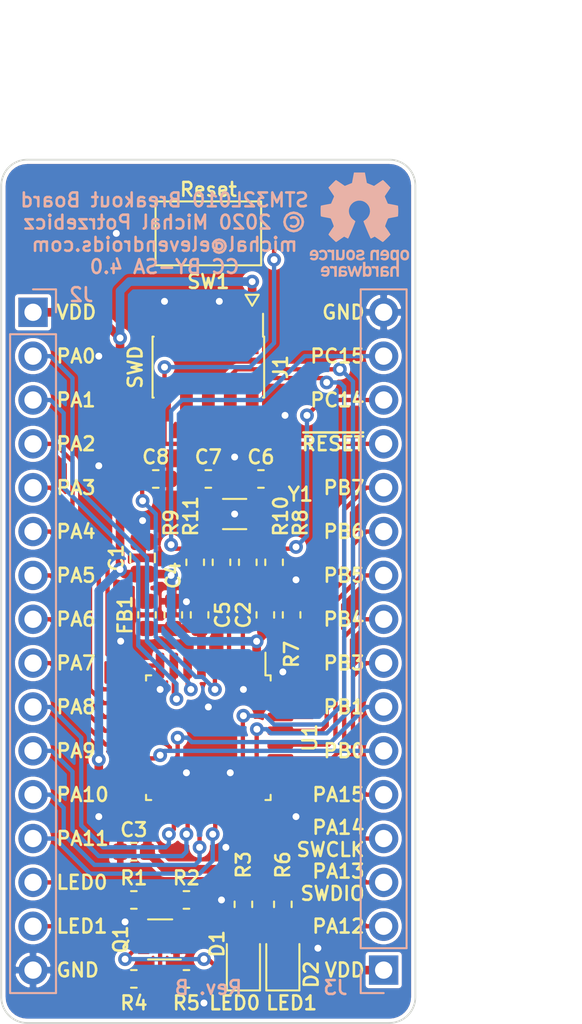
<source format=kicad_pcb>
(kicad_pcb (version 20171130) (host pcbnew 5.1.6)
  (title_block (title "STM32L010 Breakout Board") (date 2020-08-14) (rev B) (comment 1 "other STM32L0 and STM32L4 chips in LQFP-32 packages") (comment 2 "Universal STM32L010 breakout board compatible also with") (comment 3 "Michal Potrzebicz <michal@elevendroids.com>") (comment 4 "License: CC BY-SA 4.0"))
  (layers (0 F.Cu signal) (31 B.Cu signal) (34 B.Paste user) (35 F.Paste user) (36 B.SilkS user) (37 F.SilkS user) (38 B.Mask user) (39 F.Mask user) (44 Edge.Cuts user))
  (net 0 "")
  (net 1 GND)
  (net 2 VDD)
  (net 3 VDDA)
  (net 4 "Net-(C6-Pad1)")
  (net 5 "Net-(C7-Pad1)")
  (net 6 "Net-(D1-Pad2)")
  (net 7 "Net-(D1-Pad1)")
  (net 8 "Net-(D2-Pad2)")
  (net 9 "Net-(D2-Pad1)")
  (net 10 /~RESET)
  (net 11 "Net-(J1-Pad8)")
  (net 12 "Net-(J1-Pad7)")
  (net 13 "Net-(J1-Pad6)")
  (net 14 /PA14_SWCLK)
  (net 15 /PA13_SWDIO)
  (net 16 /LED1)
  (net 17 /LED0)
  (net 18 /PA11)
  (net 19 /PA10)
  (net 20 /PA9)
  (net 21 /PA8)
  (net 22 /PA7)
  (net 23 /PA6)
  (net 24 /PA5)
  (net 25 /PA4)
  (net 26 /PA3)
  (net 27 /PA2)
  (net 28 /PA1)
  (net 29 /PA0)
  (net 30 /PB7)
  (net 31 /PB6)
  (net 32 /PB5)
  (net 33 /PB4)
  (net 34 /PB3)
  (net 35 /PB1)
  (net 36 /PB0)
  (net 37 /PA15)
  (net 38 /PA12)
  (net 39 /PC15)
  (net 40 /PC14)
  (net 41 "Net-(Q1-Pad2)")
  (net 42 "Net-(Q1-Pad5)")
  (net 43 "Net-(R7-Pad1)")
  (net 44 /PC14_OSC32IN)
  (net 45 /PC15_OSC32OUT)
  (module Resistor_SMD:R_0603_1608Metric (layer F.Cu) (at 127.762 99.568 90)
    (fp_text reference R11 (at 2.667 -1.778 90) (layer F.SilkS) (effects (font (size 0.8 0.8))))
    (fp_text value 0R hide)
    (pad 2 smd roundrect (at 0.7875 0 90) (size 0.875 0.95) (layers F.Cu F.Paste F.Mask) (net 5 "Net-(C7-Pad1)"))
    (pad 1 smd roundrect (at -0.7875 0 90) (size 0.875 0.95) (layers F.Cu F.Paste F.Mask) (net 45 /PC15_OSC32OUT))
  )
  (module Resistor_SMD:R_0603_1608Metric (layer F.Cu) (at 129.286 99.568 90)
    (fp_text reference R10 (at 2.667 1.905 90) (layer F.SilkS) (effects (font (size 0.8 0.8))))
    (fp_text value 0R hide)
    (pad 2 smd roundrect (at 0.7875 0 90) (size 0.875 0.95) (layers F.Cu F.Paste F.Mask) (net 4 "Net-(C6-Pad1)"))
    (pad 1 smd roundrect (at -0.7875 0 90) (size 0.875 0.95) (layers F.Cu F.Paste F.Mask) (net 44 /PC14_OSC32IN))
  )
  (module Resistor_SMD:R_0603_1608Metric (layer F.Cu) (at 126.238 99.568 270)
    (fp_text reference R9 (at -2.286 1.397 270) (layer F.SilkS) (effects (font (size 0.8 0.8))))
    (fp_text value 0R hide)
    (pad 2 smd roundrect (at 0.7875 0 270) (size 0.875 0.95) (layers F.Cu F.Paste F.Mask) (net 45 /PC15_OSC32OUT))
    (pad 1 smd roundrect (at -0.7875 0 270) (size 0.875 0.95) (layers F.Cu F.Paste F.Mask) (net 39 /PC15))
  )
  (module Resistor_SMD:R_0603_1608Metric (layer F.Cu) (at 130.81 99.568 270)
    (fp_text reference R8 (at -2.286 -1.524 90) (layer F.SilkS) (effects (font (size 0.8 0.8))))
    (fp_text value 0R hide)
    (pad 2 smd roundrect (at 0.7875 0 270) (size 0.875 0.95) (layers F.Cu F.Paste F.Mask) (net 44 /PC14_OSC32IN))
    (pad 1 smd roundrect (at -0.7875 0 270) (size 0.875 0.95) (layers F.Cu F.Paste F.Mask) (net 40 /PC14))
  )
  (module Symbol:OSHW-Logo_5.7x6mm_SilkScreen (layer B.Cu) (at 135.763 80.01 180)
    (fp_text reference "#LOGO1" hide)
    (fp_text value OSHW-Logo_5.7x6mm_SilkScreen hide)
  )
  (module Capacitor_SMD:C_0603_1608Metric (layer F.Cu) (at 122.682 116.332 180)
    (fp_text reference C3 (at 0 1.27) (layer F.SilkS) (effects (font (size 0.8 0.8))))
    (fp_text value 100n hide)
    (pad 2 smd roundrect (at 0.7875 0 180) (size 0.875 0.95) (layers F.Cu F.Paste F.Mask) (net 1 GND))
    (pad 1 smd roundrect (at -0.7875 0 180) (size 0.875 0.95) (layers F.Cu F.Paste F.Mask) (net 2 VDD))
  )
  (module Button_Switch_SMD:SW_SPST_CK_RS282G05A3 (layer F.Cu) (at 127 80.518)
    (fp_text reference SW1 (at 0 2.794) (layer F.SilkS) (effects (font (size 0.8 0.8))))
    (fp_text value Reset (at 0 -2.54) (layer F.SilkS) (effects (font (size 0.8 0.8))))
    (pad 2 smd rect (at 3.9 0) (size 1.5 1.5) (layers F.Cu F.Paste F.Mask) (net 10 /~RESET))
    (pad 1 smd rect (at -3.9 0) (size 1.5 1.5) (layers F.Cu F.Paste F.Mask) (net 1 GND))
  )
  (module Capacitor_SMD:C_0603_1608Metric (layer F.Cu) (at 123.952 94.742)
    (fp_text reference C8 (at 0 -1.27) (layer F.SilkS) (effects (font (size 0.8 0.8))))
    (fp_text value 100n hide)
    (pad 2 smd roundrect (at 0.7875 0) (size 0.875 0.95) (layers F.Cu F.Paste F.Mask) (net 1 GND))
    (pad 1 smd roundrect (at -0.7875 0) (size 0.875 0.95) (layers F.Cu F.Paste F.Mask) (net 10 /~RESET))
  )
  (module Resistor_SMD:R_0603_1608Metric (layer F.Cu) (at 131.826 102.616 90)
    (fp_text reference R7 (at -2.286 0 90) (layer F.SilkS) (effects (font (size 0.8 0.8))))
    (fp_text value 10k hide)
    (pad 2 smd roundrect (at 0.7875 0 90) (size 0.875 0.95) (layers F.Cu F.Paste F.Mask) (net 1 GND))
    (pad 1 smd roundrect (at -0.7875 0 90) (size 0.875 0.95) (layers F.Cu F.Paste F.Mask) (net 43 "Net-(R7-Pad1)"))
  )
  (module Crystal:Crystal_SMD_3215-2Pin_3.2x1.5mm (layer F.Cu) (at 128.524 96.774)
    (fp_text reference Y1 (at 3.81 -1.143) (layer F.SilkS) (effects (font (size 0.8 0.8))))
    (fp_text value 32.768kHz hide)
    (pad 1 smd rect (at 1.25 0) (size 1 1.8) (layers F.Cu F.Paste F.Mask) (net 4 "Net-(C6-Pad1)"))
    (pad 2 smd rect (at -1.25 0) (size 1 1.8) (layers F.Cu F.Paste F.Mask) (net 5 "Net-(C7-Pad1)"))
  )
  (module Package_QFP:LQFP-32_7x7mm_P0.8mm (layer F.Cu) (at 127 109.728 270)
    (fp_text reference U1 (at 0 -5.88 90) (layer F.SilkS) (effects (font (size 0.8 0.8))))
    (fp_text value STM32L010K8Tx hide)
    (pad 32 smd roundrect (at -2.8 -4.175 270) (size 0.5 1.5) (layers F.Cu F.Paste F.Mask) (net 1 GND))
    (pad 31 smd roundrect (at -2 -4.175 270) (size 0.5 1.5) (layers F.Cu F.Paste F.Mask) (net 43 "Net-(R7-Pad1)"))
    (pad 30 smd roundrect (at -1.2 -4.175 270) (size 0.5 1.5) (layers F.Cu F.Paste F.Mask) (net 30 /PB7))
    (pad 29 smd roundrect (at -0.4 -4.175 270) (size 0.5 1.5) (layers F.Cu F.Paste F.Mask) (net 31 /PB6))
    (pad 28 smd roundrect (at 0.4 -4.175 270) (size 0.5 1.5) (layers F.Cu F.Paste F.Mask) (net 32 /PB5))
    (pad 27 smd roundrect (at 1.2 -4.175 270) (size 0.5 1.5) (layers F.Cu F.Paste F.Mask) (net 33 /PB4))
    (pad 26 smd roundrect (at 2 -4.175 270) (size 0.5 1.5) (layers F.Cu F.Paste F.Mask) (net 34 /PB3))
    (pad 25 smd roundrect (at 2.8 -4.175 270) (size 0.5 1.5) (layers F.Cu F.Paste F.Mask) (net 37 /PA15))
    (pad 24 smd roundrect (at 4.175 -2.8 270) (size 1.5 0.5) (layers F.Cu F.Paste F.Mask) (net 14 /PA14_SWCLK))
    (pad 23 smd roundrect (at 4.175 -2 270) (size 1.5 0.5) (layers F.Cu F.Paste F.Mask) (net 15 /PA13_SWDIO))
    (pad 22 smd roundrect (at 4.175 -1.2 270) (size 1.5 0.5) (layers F.Cu F.Paste F.Mask) (net 38 /PA12))
    (pad 21 smd roundrect (at 4.175 -0.4 270) (size 1.5 0.5) (layers F.Cu F.Paste F.Mask) (net 18 /PA11))
    (pad 20 smd roundrect (at 4.175 0.4 270) (size 1.5 0.5) (layers F.Cu F.Paste F.Mask) (net 19 /PA10))
    (pad 19 smd roundrect (at 4.175 1.2 270) (size 1.5 0.5) (layers F.Cu F.Paste F.Mask) (net 20 /PA9))
    (pad 18 smd roundrect (at 4.175 2 270) (size 1.5 0.5) (layers F.Cu F.Paste F.Mask) (net 21 /PA8))
    (pad 17 smd roundrect (at 4.175 2.8 270) (size 1.5 0.5) (layers F.Cu F.Paste F.Mask) (net 2 VDD))
    (pad 16 smd roundrect (at 2.8 4.175 270) (size 0.5 1.5) (layers F.Cu F.Paste F.Mask) (net 1 GND))
    (pad 15 smd roundrect (at 2 4.175 270) (size 0.5 1.5) (layers F.Cu F.Paste F.Mask) (net 35 /PB1))
    (pad 14 smd roundrect (at 1.2 4.175 270) (size 0.5 1.5) (layers F.Cu F.Paste F.Mask) (net 36 /PB0))
    (pad 13 smd roundrect (at 0.4 4.175 270) (size 0.5 1.5) (layers F.Cu F.Paste F.Mask) (net 22 /PA7))
    (pad 12 smd roundrect (at -0.4 4.175 270) (size 0.5 1.5) (layers F.Cu F.Paste F.Mask) (net 23 /PA6))
    (pad 11 smd roundrect (at -1.2 4.175 270) (size 0.5 1.5) (layers F.Cu F.Paste F.Mask) (net 24 /PA5))
    (pad 10 smd roundrect (at -2 4.175 270) (size 0.5 1.5) (layers F.Cu F.Paste F.Mask) (net 25 /PA4))
    (pad 9 smd roundrect (at -2.8 4.175 270) (size 0.5 1.5) (layers F.Cu F.Paste F.Mask) (net 26 /PA3))
    (pad 8 smd roundrect (at -4.175 2.8 270) (size 1.5 0.5) (layers F.Cu F.Paste F.Mask) (net 27 /PA2))
    (pad 7 smd roundrect (at -4.175 2 270) (size 1.5 0.5) (layers F.Cu F.Paste F.Mask) (net 28 /PA1))
    (pad 6 smd roundrect (at -4.175 1.2 270) (size 1.5 0.5) (layers F.Cu F.Paste F.Mask) (net 29 /PA0))
    (pad 5 smd roundrect (at -4.175 0.4 270) (size 1.5 0.5) (layers F.Cu F.Paste F.Mask) (net 3 VDDA))
    (pad 4 smd roundrect (at -4.175 -0.4 270) (size 1.5 0.5) (layers F.Cu F.Paste F.Mask) (net 10 /~RESET))
    (pad 3 smd roundrect (at -4.175 -1.2 270) (size 1.5 0.5) (layers F.Cu F.Paste F.Mask) (net 45 /PC15_OSC32OUT))
    (pad 2 smd roundrect (at -4.175 -2 270) (size 1.5 0.5) (layers F.Cu F.Paste F.Mask) (net 44 /PC14_OSC32IN))
    (pad 1 smd roundrect (at -4.175 -2.8 270) (size 1.5 0.5) (layers F.Cu F.Paste F.Mask) (net 2 VDD))
  )
  (module Resistor_SMD:R_0603_1608Metric (layer F.Cu) (at 131.318 119.38 270)
    (fp_text reference R6 (at -2.286 0 90) (layer F.SilkS) (effects (font (size 0.8 0.8))))
    (fp_text value 330R hide)
    (pad 2 smd roundrect (at 0.7875 0 270) (size 0.875 0.95) (layers F.Cu F.Paste F.Mask) (net 8 "Net-(D2-Pad2)"))
    (pad 1 smd roundrect (at -0.7875 0 270) (size 0.875 0.95) (layers F.Cu F.Paste F.Mask) (net 2 VDD))
  )
  (module Resistor_SMD:R_0603_1608Metric (layer F.Cu) (at 125.73 123.698 180)
    (fp_text reference R5 (at 0 -1.397 180) (layer F.SilkS) (effects (font (size 0.8 0.8))))
    (fp_text value 100k hide)
    (pad 2 smd roundrect (at 0.7875 0 180) (size 0.875 0.95) (layers F.Cu F.Paste F.Mask) (net 42 "Net-(Q1-Pad5)"))
    (pad 1 smd roundrect (at -0.7875 0 180) (size 0.875 0.95) (layers F.Cu F.Paste F.Mask) (net 1 GND))
  )
  (module Resistor_SMD:R_0603_1608Metric (layer F.Cu) (at 122.682 123.698 180)
    (fp_text reference R4 (at 0 -1.397 180) (layer F.SilkS) (effects (font (size 0.8 0.8))))
    (fp_text value 47k hide)
    (pad 2 smd roundrect (at 0.7875 0 180) (size 0.875 0.95) (layers F.Cu F.Paste F.Mask) (net 16 /LED1))
    (pad 1 smd roundrect (at -0.7875 0 180) (size 0.875 0.95) (layers F.Cu F.Paste F.Mask) (net 42 "Net-(Q1-Pad5)"))
  )
  (module Resistor_SMD:R_0603_1608Metric (layer F.Cu) (at 129.032 119.38 270)
    (fp_text reference R3 (at -2.286 0 90) (layer F.SilkS) (effects (font (size 0.8 0.8))))
    (fp_text value 330R hide)
    (pad 2 smd roundrect (at 0.7875 0 270) (size 0.875 0.95) (layers F.Cu F.Paste F.Mask) (net 6 "Net-(D1-Pad2)"))
    (pad 1 smd roundrect (at -0.7875 0 270) (size 0.875 0.95) (layers F.Cu F.Paste F.Mask) (net 2 VDD))
  )
  (module Resistor_SMD:R_0603_1608Metric (layer F.Cu) (at 125.73 119.126 180)
    (fp_text reference R2 (at 0 1.27 180) (layer F.SilkS) (effects (font (size 0.8 0.8))))
    (fp_text value 100k hide)
    (pad 2 smd roundrect (at 0.7875 0 180) (size 0.875 0.95) (layers F.Cu F.Paste F.Mask) (net 41 "Net-(Q1-Pad2)"))
    (pad 1 smd roundrect (at -0.7875 0 180) (size 0.875 0.95) (layers F.Cu F.Paste F.Mask) (net 1 GND))
  )
  (module Resistor_SMD:R_0603_1608Metric (layer F.Cu) (at 122.682 119.126 180)
    (fp_text reference R1 (at 0 1.27 180) (layer F.SilkS) (effects (font (size 0.8 0.8))))
    (fp_text value 47k hide)
    (pad 2 smd roundrect (at 0.7875 0 180) (size 0.875 0.95) (layers F.Cu F.Paste F.Mask) (net 17 /LED0))
    (pad 1 smd roundrect (at -0.7875 0 180) (size 0.875 0.95) (layers F.Cu F.Paste F.Mask) (net 41 "Net-(Q1-Pad2)"))
  )
  (module Package_TO_SOT_SMD:SOT-363_SC-70-6 (layer F.Cu) (at 124.206 121.412 180)
    (fp_text reference Q1 (at 2.286 0 90) (layer F.SilkS) (effects (font (size 0.8 0.8))))
    (fp_text value BC847CDW1 hide)
    (pad 6 smd rect (at 0.95 -0.65 180) (size 0.65 0.4) (layers F.Cu F.Paste F.Mask) (net 7 "Net-(D1-Pad1)"))
    (pad 4 smd rect (at 0.95 0.65 180) (size 0.65 0.4) (layers F.Cu F.Paste F.Mask) (net 1 GND))
    (pad 2 smd rect (at -0.95 0 180) (size 0.65 0.4) (layers F.Cu F.Paste F.Mask) (net 41 "Net-(Q1-Pad2)"))
    (pad 5 smd rect (at 0.95 0 180) (size 0.65 0.4) (layers F.Cu F.Paste F.Mask) (net 42 "Net-(Q1-Pad5)"))
    (pad 3 smd rect (at -0.95 0.65 180) (size 0.65 0.4) (layers F.Cu F.Paste F.Mask) (net 9 "Net-(D2-Pad1)"))
    (pad 1 smd rect (at -0.95 -0.65 180) (size 0.65 0.4) (layers F.Cu F.Paste F.Mask) (net 1 GND))
  )
  (module Connector_PinHeader_2.54mm:PinHeader_1x16_P2.54mm_Vertical (layer B.Cu) (at 137.16 123.19)
    (fp_text reference J3 (at -2.794 1.016) (layer B.SilkS) (effects (font (size 0.8 0.8)) (justify mirror)))
    (fp_text value Right hide)
    (pad 16 thru_hole oval (at 0 -38.1) (size 1.7 1.7) (drill 1) (layers *.Cu *.Mask) (net 1 GND))
    (pad 15 thru_hole oval (at 0 -35.56) (size 1.7 1.7) (drill 1) (layers *.Cu *.Mask) (net 39 /PC15))
    (pad 14 thru_hole oval (at 0 -33.02) (size 1.7 1.7) (drill 1) (layers *.Cu *.Mask) (net 40 /PC14))
    (pad 13 thru_hole oval (at 0 -30.48) (size 1.7 1.7) (drill 1) (layers *.Cu *.Mask) (net 10 /~RESET))
    (pad 12 thru_hole oval (at 0 -27.94) (size 1.7 1.7) (drill 1) (layers *.Cu *.Mask) (net 30 /PB7))
    (pad 11 thru_hole oval (at 0 -25.4) (size 1.7 1.7) (drill 1) (layers *.Cu *.Mask) (net 31 /PB6))
    (pad 10 thru_hole oval (at 0 -22.86) (size 1.7 1.7) (drill 1) (layers *.Cu *.Mask) (net 32 /PB5))
    (pad 9 thru_hole oval (at 0 -20.32) (size 1.7 1.7) (drill 1) (layers *.Cu *.Mask) (net 33 /PB4))
    (pad 8 thru_hole oval (at 0 -17.78) (size 1.7 1.7) (drill 1) (layers *.Cu *.Mask) (net 34 /PB3))
    (pad 7 thru_hole oval (at 0 -15.24) (size 1.7 1.7) (drill 1) (layers *.Cu *.Mask) (net 35 /PB1))
    (pad 6 thru_hole oval (at 0 -12.7) (size 1.7 1.7) (drill 1) (layers *.Cu *.Mask) (net 36 /PB0))
    (pad 5 thru_hole oval (at 0 -10.16) (size 1.7 1.7) (drill 1) (layers *.Cu *.Mask) (net 37 /PA15))
    (pad 4 thru_hole oval (at 0 -7.62) (size 1.7 1.7) (drill 1) (layers *.Cu *.Mask) (net 14 /PA14_SWCLK))
    (pad 3 thru_hole oval (at 0 -5.08) (size 1.7 1.7) (drill 1) (layers *.Cu *.Mask) (net 15 /PA13_SWDIO))
    (pad 2 thru_hole oval (at 0 -2.54) (size 1.7 1.7) (drill 1) (layers *.Cu *.Mask) (net 38 /PA12))
    (pad 1 thru_hole rect (at 0 0) (size 1.7 1.7) (drill 1) (layers *.Cu *.Mask) (net 2 VDD))
  )
  (module Connector_PinHeader_2.54mm:PinHeader_1x16_P2.54mm_Vertical (layer B.Cu) (at 116.84 85.09 180)
    (fp_text reference J2 (at -2.794 1.016) (layer B.SilkS) (effects (font (size 0.8 0.8)) (justify mirror)))
    (fp_text value Left hide)
    (pad 16 thru_hole oval (at 0 -38.1 180) (size 1.7 1.7) (drill 1) (layers *.Cu *.Mask) (net 1 GND))
    (pad 15 thru_hole oval (at 0 -35.56 180) (size 1.7 1.7) (drill 1) (layers *.Cu *.Mask) (net 16 /LED1))
    (pad 14 thru_hole oval (at 0 -33.02 180) (size 1.7 1.7) (drill 1) (layers *.Cu *.Mask) (net 17 /LED0))
    (pad 13 thru_hole oval (at 0 -30.48 180) (size 1.7 1.7) (drill 1) (layers *.Cu *.Mask) (net 18 /PA11))
    (pad 12 thru_hole oval (at 0 -27.94 180) (size 1.7 1.7) (drill 1) (layers *.Cu *.Mask) (net 19 /PA10))
    (pad 11 thru_hole oval (at 0 -25.4 180) (size 1.7 1.7) (drill 1) (layers *.Cu *.Mask) (net 20 /PA9))
    (pad 10 thru_hole oval (at 0 -22.86 180) (size 1.7 1.7) (drill 1) (layers *.Cu *.Mask) (net 21 /PA8))
    (pad 9 thru_hole oval (at 0 -20.32 180) (size 1.7 1.7) (drill 1) (layers *.Cu *.Mask) (net 22 /PA7))
    (pad 8 thru_hole oval (at 0 -17.78 180) (size 1.7 1.7) (drill 1) (layers *.Cu *.Mask) (net 23 /PA6))
    (pad 7 thru_hole oval (at 0 -15.24 180) (size 1.7 1.7) (drill 1) (layers *.Cu *.Mask) (net 24 /PA5))
    (pad 6 thru_hole oval (at 0 -12.7 180) (size 1.7 1.7) (drill 1) (layers *.Cu *.Mask) (net 25 /PA4))
    (pad 5 thru_hole oval (at 0 -10.16 180) (size 1.7 1.7) (drill 1) (layers *.Cu *.Mask) (net 26 /PA3))
    (pad 4 thru_hole oval (at 0 -7.62 180) (size 1.7 1.7) (drill 1) (layers *.Cu *.Mask) (net 27 /PA2))
    (pad 3 thru_hole oval (at 0 -5.08 180) (size 1.7 1.7) (drill 1) (layers *.Cu *.Mask) (net 28 /PA1))
    (pad 2 thru_hole oval (at 0 -2.54 180) (size 1.7 1.7) (drill 1) (layers *.Cu *.Mask) (net 29 /PA0))
    (pad 1 thru_hole rect (at 0 0 180) (size 1.7 1.7) (drill 1) (layers *.Cu *.Mask) (net 2 VDD))
  )
  (module Connector_PinHeader_1.27mm:PinHeader_2x05_P1.27mm_Vertical_SMD (layer F.Cu) (at 127 88.265 270)
    (fp_text reference J1 (at 0 -4.191 90) (layer F.SilkS) (effects (font (size 0.8 0.8))))
    (fp_text value SWD (at 0 4.235 90) (layer F.SilkS) (effects (font (size 0.8 0.8))))
    (pad 10 smd rect (at 1.95 2.54 270) (size 2.4 0.74) (layers F.Cu F.Paste F.Mask) (net 10 /~RESET))
    (pad 9 smd rect (at -1.95 2.54 270) (size 2.4 0.74) (layers F.Cu F.Paste F.Mask) (net 1 GND))
    (pad 8 smd rect (at 1.95 1.27 270) (size 2.4 0.74) (layers F.Cu F.Paste F.Mask) (net 11 "Net-(J1-Pad8)"))
    (pad 7 smd rect (at -1.95 1.27 270) (size 2.4 0.74) (layers F.Cu F.Paste F.Mask) (net 12 "Net-(J1-Pad7)"))
    (pad 6 smd rect (at 1.95 0 270) (size 2.4 0.74) (layers F.Cu F.Paste F.Mask) (net 13 "Net-(J1-Pad6)"))
    (pad 5 smd rect (at -1.95 0 270) (size 2.4 0.74) (layers F.Cu F.Paste F.Mask) (net 1 GND))
    (pad 4 smd rect (at 1.95 -1.27 270) (size 2.4 0.74) (layers F.Cu F.Paste F.Mask) (net 14 /PA14_SWCLK))
    (pad 3 smd rect (at -1.95 -1.27 270) (size 2.4 0.74) (layers F.Cu F.Paste F.Mask) (net 1 GND))
    (pad 2 smd rect (at 1.95 -2.54 270) (size 2.4 0.74) (layers F.Cu F.Paste F.Mask) (net 15 /PA13_SWDIO))
    (pad 1 smd rect (at -1.95 -2.54 270) (size 2.4 0.74) (layers F.Cu F.Paste F.Mask) (net 2 VDD))
  )
  (module Inductor_SMD:L_0603_1608Metric (layer F.Cu) (at 123.444 102.616 90)
    (fp_text reference FB1 (at 0 -1.27 90) (layer F.SilkS) (effects (font (size 0.8 0.8))))
    (fp_text value Bead hide)
    (pad 2 smd roundrect (at 0.7875 0 90) (size 0.875 0.95) (layers F.Cu F.Paste F.Mask) (net 2 VDD))
    (pad 1 smd roundrect (at -0.7875 0 90) (size 0.875 0.95) (layers F.Cu F.Paste F.Mask) (net 3 VDDA))
  )
  (module LED_SMD:LED_0805_2012Metric (layer F.Cu) (at 131.318 122.682 90)
    (fp_text reference D2 (at -0.762 1.651 90) (layer F.SilkS) (effects (font (size 0.8 0.8))))
    (fp_text value LED1 (at -2.413 0.508 180) (layer F.SilkS) (effects (font (size 0.8 0.8))))
    (pad 2 smd roundrect (at 0.9375 0 90) (size 0.975 1.4) (layers F.Cu F.Paste F.Mask) (net 8 "Net-(D2-Pad2)"))
    (pad 1 smd roundrect (at -0.9375 0 90) (size 0.975 1.4) (layers F.Cu F.Paste F.Mask) (net 9 "Net-(D2-Pad1)"))
  )
  (module LED_SMD:LED_0805_2012Metric (layer F.Cu) (at 129.032 122.682 90)
    (fp_text reference D1 (at 1.016 -1.524 270) (layer F.SilkS) (effects (font (size 0.8 0.8))))
    (fp_text value LED0 (at -2.413 -0.508 180) (layer F.SilkS) (effects (font (size 0.8 0.8))))
    (pad 2 smd roundrect (at 0.9375 0 90) (size 0.975 1.4) (layers F.Cu F.Paste F.Mask) (net 6 "Net-(D1-Pad2)"))
    (pad 1 smd roundrect (at -0.9375 0 90) (size 0.975 1.4) (layers F.Cu F.Paste F.Mask) (net 7 "Net-(D1-Pad1)"))
  )
  (module Capacitor_SMD:C_0603_1608Metric (layer F.Cu) (at 127 94.742)
    (fp_text reference C7 (at 0 -1.27 180) (layer F.SilkS) (effects (font (size 0.8 0.8))))
    (fp_text value 12p* hide)
    (pad 2 smd roundrect (at 0.7875 0) (size 0.875 0.95) (layers F.Cu F.Paste F.Mask) (net 1 GND))
    (pad 1 smd roundrect (at -0.7875 0) (size 0.875 0.95) (layers F.Cu F.Paste F.Mask) (net 5 "Net-(C7-Pad1)"))
  )
  (module Capacitor_SMD:C_0603_1608Metric (layer F.Cu) (at 130.048 94.742 180)
    (fp_text reference C6 (at 0 1.27 180) (layer F.SilkS) (effects (font (size 0.8 0.8))))
    (fp_text value 12p* hide)
    (pad 2 smd roundrect (at 0.7875 0 180) (size 0.875 0.95) (layers F.Cu F.Paste F.Mask) (net 1 GND))
    (pad 1 smd roundrect (at -0.7875 0 180) (size 0.875 0.95) (layers F.Cu F.Paste F.Mask) (net 4 "Net-(C6-Pad1)"))
  )
  (module Capacitor_SMD:C_0603_1608Metric (layer F.Cu) (at 126.492 102.616 90)
    (fp_text reference C5 (at 0 1.3335 90) (layer F.SilkS) (effects (font (size 0.8 0.8))))
    (fp_text value 100n hide)
    (pad 2 smd roundrect (at 0.7875 0 90) (size 0.875 0.95) (layers F.Cu F.Paste F.Mask) (net 1 GND))
    (pad 1 smd roundrect (at -0.7875 0 90) (size 0.875 0.95) (layers F.Cu F.Paste F.Mask) (net 3 VDDA))
  )
  (module Capacitor_SMD:C_0603_1608Metric (layer F.Cu) (at 124.968 102.616 90)
    (fp_text reference C4 (at 2.286 0 90) (layer F.SilkS) (effects (font (size 0.8 0.8))))
    (fp_text value 1u hide)
    (pad 2 smd roundrect (at 0.7875 0 90) (size 0.875 0.95) (layers F.Cu F.Paste F.Mask) (net 1 GND))
    (pad 1 smd roundrect (at -0.7875 0 90) (size 0.875 0.95) (layers F.Cu F.Paste F.Mask) (net 3 VDDA))
  )
  (module Capacitor_SMD:C_0603_1608Metric (layer F.Cu) (at 130.302 102.616 90)
    (fp_text reference C2 (at 0 -1.27 90) (layer F.SilkS) (effects (font (size 0.8 0.8))))
    (fp_text value 100n hide)
    (pad 2 smd roundrect (at 0.7875 0 90) (size 0.875 0.95) (layers F.Cu F.Paste F.Mask) (net 1 GND))
    (pad 1 smd roundrect (at -0.7875 0 90) (size 0.875 0.95) (layers F.Cu F.Paste F.Mask) (net 2 VDD))
  )
  (module Capacitor_SMD:C_0805_2012Metric (layer F.Cu) (at 123.19 99.314 90)
    (fp_text reference C1 (at 0 -1.524 90) (layer F.SilkS) (effects (font (size 0.8 0.8))))
    (fp_text value 10u hide)
    (pad 2 smd roundrect (at 0.9375 0 90) (size 0.975 1.4) (layers F.Cu F.Paste F.Mask) (net 1 GND))
    (pad 1 smd roundrect (at -0.9375 0 90) (size 0.975 1.4) (layers F.Cu F.Paste F.Mask) (net 2 VDD))
  )
  (gr_arc (start 116.5 77.75) (end 116.5 76.25) (angle -90) (layer Edge.Cuts) (width 0.1))
  (gr_arc (start 137.5 77.75) (end 139 77.75) (angle -90) (layer Edge.Cuts) (width 0.1))
  (gr_arc (start 116.5 124.75) (end 115 124.75) (angle -90) (layer Edge.Cuts) (width 0.1))
  (gr_arc (start 137.5 124.75) (end 137.5 126.25) (angle -90) (layer Edge.Cuts) (width 0.1))
  (gr_line (start 129.54 84.709) (end 129.921 84.074) (layer F.SilkS) (width 0.12))
  (gr_line (start 129.159 84.074) (end 129.54 84.709) (layer F.SilkS) (width 0.12))
  (gr_line (start 129.921 84.074) (end 129.159 84.074) (layer F.SilkS) (width 0.12))
  (gr_text "Rev. B" (at 127 124.206) (layer B.SilkS) (effects (font (size 0.8 0.8)) (justify mirror)))
  (gr_text "STM32L010 Breakout Board\n© 2020 Michal Potrzebicz\nmichal@elevendroids.com\nCC BY-SA 4.0" (at 124.46 80.518) (layer B.SilkS) (effects (font (size 0.8 0.8)) (justify mirror)))
  (gr_text VDD (at 136.144 123.19) (layer F.SilkS) (effects (font (size 0.8 0.8)) (justify right)))
  (gr_text PA12 (at 136.144 120.65) (layer F.SilkS) (effects (font (size 0.8 0.8)) (justify right)))
  (gr_text "PA13\nSWDIO" (at 136.144 118.11) (layer F.SilkS) (effects (font (size 0.8 0.8)) (justify right)))
  (gr_text "PA14\nSWCLK" (at 136.144 115.57) (layer F.SilkS) (effects (font (size 0.8 0.8)) (justify right)))
  (gr_text PA15 (at 136.144 113.03) (layer F.SilkS) (effects (font (size 0.8 0.8)) (justify right)))
  (gr_text PB0 (at 136.144 110.49) (layer F.SilkS) (effects (font (size 0.8 0.8)) (justify right)))
  (gr_text PB1 (at 136.144 107.95) (layer F.SilkS) (effects (font (size 0.8 0.8)) (justify right)))
  (gr_text PB3 (at 136.144 105.41) (layer F.SilkS) (effects (font (size 0.8 0.8)) (justify right)))
  (gr_text PB4 (at 136.144 102.87) (layer F.SilkS) (effects (font (size 0.8 0.8)) (justify right)))
  (gr_text PB5 (at 136.144 100.33) (layer F.SilkS) (effects (font (size 0.8 0.8)) (justify right)))
  (gr_text PB6 (at 136.144 97.79) (layer F.SilkS) (effects (font (size 0.8 0.8)) (justify right)))
  (gr_text PB7 (at 136.144 95.25) (layer F.SilkS) (effects (font (size 0.8 0.8)) (justify right)))
  (gr_text ~RESET (at 136.144 92.71) (layer F.SilkS) (effects (font (size 0.8 0.8)) (justify right)))
  (gr_text PC14 (at 136.144 90.17) (layer F.SilkS) (effects (font (size 0.8 0.8)) (justify right)))
  (gr_text PC15 (at 136.144 87.63) (layer F.SilkS) (effects (font (size 0.8 0.8)) (justify right)))
  (gr_text GND (at 136.144 85.09) (layer F.SilkS) (effects (font (size 0.8 0.8)) (justify right)))
  (gr_text GND (at 118.11 123.19) (layer F.SilkS) (effects (font (size 0.8 0.8)) (justify left)))
  (gr_text LED1 (at 118.11 120.65) (layer F.SilkS) (effects (font (size 0.8 0.8)) (justify left)))
  (gr_text LED0 (at 118.11 118.11) (layer F.SilkS) (effects (font (size 0.8 0.8)) (justify left)))
  (gr_text PA11 (at 118.11 115.57) (layer F.SilkS) (effects (font (size 0.8 0.8)) (justify left)))
  (gr_text PA10 (at 118.11 113.03) (layer F.SilkS) (effects (font (size 0.8 0.8)) (justify left)))
  (gr_text PA9 (at 118.11 110.49) (layer F.SilkS) (effects (font (size 0.8 0.8)) (justify left)))
  (gr_text PA8 (at 118.11 107.95) (layer F.SilkS) (effects (font (size 0.8 0.8)) (justify left)))
  (gr_text PA7 (at 118.11 105.41) (layer F.SilkS) (effects (font (size 0.8 0.8)) (justify left)))
  (gr_text PA6 (at 118.11 102.87) (layer F.SilkS) (effects (font (size 0.8 0.8)) (justify left)))
  (gr_text PA5 (at 118.11 100.33) (layer F.SilkS) (effects (font (size 0.8 0.8)) (justify left)))
  (gr_text PA4 (at 118.11 97.79) (layer F.SilkS) (effects (font (size 0.8 0.8)) (justify left)))
  (gr_text PA3 (at 118.11 95.25) (layer F.SilkS) (effects (font (size 0.8 0.8)) (justify left)))
  (gr_text PA2 (at 118.11 92.71) (layer F.SilkS) (effects (font (size 0.8 0.8)) (justify left)))
  (gr_text PA1 (at 118.11 90.17) (layer F.SilkS) (effects (font (size 0.8 0.8)) (justify left)))
  (gr_text PA0 (at 118.11 87.63) (layer F.SilkS) (effects (font (size 0.8 0.8)) (justify left)))
  (gr_text VDD (at 118.11 85.09) (layer F.SilkS) (effects (font (size 0.8 0.8)) (justify left)))
  (gr_line (start 115 124.75) (end 115 77.75) (layer Edge.Cuts) (width 0.1))
  (gr_line (start 137.5 126.25) (end 116.5 126.25) (layer Edge.Cuts) (width 0.1))
  (gr_line (start 139 77.75) (end 139 124.75) (layer Edge.Cuts) (width 0.1))
  (gr_line (start 116.5 76.25) (end 137.5 76.25) (layer Edge.Cuts) (width 0.1))
  (via (at 132.08 100.584) (size 0.8) (drill 0.4) (layers F.Cu B.Cu) (net 1))
  (via (at 125.73 111.76) (size 0.8) (drill 0.4) (layers F.Cu B.Cu) (net 1))
  (via (at 129.032 106.934) (size 0.8) (drill 0.4) (layers F.Cu B.Cu) (net 1))
  (via (at 127.635 84.455) (size 0.8) (drill 0.4) (layers F.Cu B.Cu) (net 1))
  (via (at 124.46 84.455) (size 0.8) (drill 0.4) (layers F.Cu B.Cu) (net 1))
  (via (at 123.19 97.155) (size 0.8) (drill 0.4) (layers F.Cu B.Cu) (net 1))
  (via (at 125.73 101.854) (size 0.8) (drill 0.4) (layers F.Cu B.Cu) (net 1))
  (via (at 131.318 105.918) (size 0.8) (drill 0.4) (layers F.Cu B.Cu) (net 1))
  (via (at 128.016 116.078) (size 0.8) (drill 0.4) (layers F.Cu B.Cu) (net 1))
  (via (at 133.35 121.92) (size 0.8) (drill 0.4) (layers F.Cu B.Cu) (net 1))
  (via (at 121.666 80.518) (size 0.8) (drill 0.4) (layers F.Cu B.Cu) (net 1))
  (via (at 120.65 114.3) (size 0.8) (drill 0.4) (layers F.Cu B.Cu) (net 1))
  (via (at 120.65 87.63) (size 0.8) (drill 0.4) (layers F.Cu B.Cu) (net 1))
  (via (at 120.65 93.98) (size 0.8) (drill 0.4) (layers F.Cu B.Cu) (net 1))
  (via (at 132.08 114.3) (size 0.8) (drill 0.4) (layers F.Cu B.Cu) (net 1))
  (via (at 121.92 104.14) (size 0.8) (drill 0.4) (layers F.Cu B.Cu) (net 1))
  (via (at 128.524 93.472) (size 0.8) (drill 0.4) (layers F.Cu B.Cu) (net 1))
  (via (at 127 107.95) (size 0.8) (drill 0.4) (layers F.Cu B.Cu) (net 1))
  (via (at 128.524 96.774) (size 0.8) (drill 0.4) (layers F.Cu B.Cu) (net 1))
  (via (at 127.762 119.126) (size 0.8) (drill 0.4) (layers F.Cu B.Cu) (net 1))
  (via (at 126.746 125.095) (size 0.8) (drill 0.4) (layers F.Cu B.Cu) (net 1))
  (via (at 122.174 120.396) (size 0.8) (drill 0.4) (layers F.Cu B.Cu) (net 1))
  (via (at 131.445 91.059) (size 0.8) (drill 0.4) (layers F.Cu B.Cu) (net 1))
  (via (at 128.27 111.76) (size 0.8) (drill 0.4) (layers F.Cu B.Cu) (net 1))
  (via (at 124.206 106.934) (size 0.8) (drill 0.4) (layers F.Cu B.Cu) (net 1))
  (segment (start 123.19 101.5745) (end 123.444 101.8285) (width 0.5) (layer F.Cu) (net 2))
  (via (at 120.65 110.998) (size 0.8) (drill 0.4) (layers F.Cu B.Cu) (net 2))
  (segment (start 120.65 113.03) (end 120.65 110.998) (width 0.5) (layer F.Cu) (net 2))
  (segment (start 121.523 113.903) (end 120.65 113.03) (width 0.5) (layer F.Cu) (net 2))
  (segment (start 123.19 100.965) (end 123.19 101.5745) (width 0.5) (layer F.Cu) (net 2))
  (segment (start 123.19 100.2515) (end 123.19 100.965) (width 0.5) (layer F.Cu) (net 2))
  (segment (start 123.587 113.903) (end 121.523 113.903) (width 0.5) (layer F.Cu) (net 2))
  (segment (start 124.2 113.903) (end 123.587 113.903) (width 0.5) (layer F.Cu) (net 2))
  (segment (start 129.8 104.4) (end 129.8 105.553) (width 0.5) (layer F.Cu) (net 2))
  (segment (start 129.8 104.146) (end 129.8 104.146) (width 0.5) (layer F.Cu) (net 2))
  (segment (start 130.302 103.644) (end 129.8 104.146) (width 0.5) (layer F.Cu) (net 2))
  (segment (start 130.302 103.4035) (end 130.302 103.644) (width 0.5) (layer F.Cu) (net 2))
  (segment (start 123.4695 114.0205) (end 123.587 113.903) (width 0.5) (layer F.Cu) (net 2))
  (segment (start 123.4695 116.332) (end 123.4695 114.0205) (width 0.5) (layer F.Cu) (net 2))
  (segment (start 131.318 118.5925) (end 129.032 118.5925) (width 0.5) (layer F.Cu) (net 2))
  (segment (start 129.032 118.5925) (end 127.7875 117.348) (width 0.5) (layer F.Cu) (net 2))
  (segment (start 124.4855 117.348) (end 123.4695 116.332) (width 0.5) (layer F.Cu) (net 2))
  (segment (start 127.7875 117.348) (end 124.4855 117.348) (width 0.5) (layer F.Cu) (net 2))
  (segment (start 129.8 104.146) (end 129.8 104.4) (width 0.5) (layer F.Cu) (net 2))
  (via (at 129.8 104.146) (size 0.8) (drill 0.4) (layers F.Cu B.Cu) (net 2))
  (segment (start 129.8 104.146) (end 125.863 104.146) (width 0.5) (layer B.Cu) (net 2))
  (via (at 124.841 100.33) (size 0.8) (drill 0.4) (layers F.Cu B.Cu) (net 2))
  (segment (start 120.396 85.09) (end 116.84 85.09) (width 0.5) (layer F.Cu) (net 2))
  (segment (start 121.883 86.577) (end 120.396 85.09) (width 0.5) (layer F.Cu) (net 2))
  (via (at 129.54 83.312) (size 0.8) (drill 0.4) (layers F.Cu B.Cu) (net 2))
  (segment (start 129.54 86.315) (end 129.54 83.312) (width 0.5) (layer F.Cu) (net 2))
  (segment (start 129.54 83.312) (end 122.428 83.312) (width 0.5) (layer B.Cu) (net 2))
  (via (at 121.883 86.577) (size 0.8) (drill 0.4) (layers F.Cu B.Cu) (net 2))
  (segment (start 121.883 83.857) (end 121.883 86.577) (width 0.5) (layer B.Cu) (net 2))
  (segment (start 122.428 83.312) (end 121.883 83.857) (width 0.5) (layer B.Cu) (net 2))
  (segment (start 124.7625 100.2515) (end 124.841 100.33) (width 0.5) (layer F.Cu) (net 2))
  (segment (start 123.19 100.2515) (end 124.7625 100.2515) (width 0.5) (layer F.Cu) (net 2))
  (segment (start 124.841 103.124) (end 124.841 100.33) (width 0.5) (layer B.Cu) (net 2))
  (segment (start 125.863 104.146) (end 124.841 103.124) (width 0.5) (layer B.Cu) (net 2))
  (segment (start 121.883 99.986) (end 121.883 86.577) (width 0.5) (layer F.Cu) (net 2))
  (via (at 121.883 99.986) (size 0.8) (drill 0.4) (layers F.Cu B.Cu) (net 2))
  (segment (start 122.1485 100.2515) (end 121.883 99.986) (width 0.5) (layer F.Cu) (net 2))
  (segment (start 123.19 100.2515) (end 122.1485 100.2515) (width 0.5) (layer F.Cu) (net 2))
  (segment (start 120.65 101.219) (end 121.883 99.986) (width 0.5) (layer B.Cu) (net 2))
  (segment (start 120.65 110.998) (end 120.65 101.219) (width 0.5) (layer B.Cu) (net 2))
  (segment (start 137.16 123.19) (end 135.636 123.19) (width 0.5) (layer F.Cu) (net 2))
  (segment (start 135.636 123.19) (end 134.366 121.92) (width 0.5) (layer F.Cu) (net 2))
  (segment (start 134.366 121.92) (end 134.366 120.396) (width 0.5) (layer F.Cu) (net 2))
  (segment (start 132.5625 118.5925) (end 131.318 118.5925) (width 0.5) (layer F.Cu) (net 2))
  (segment (start 134.366 120.396) (end 132.5625 118.5925) (width 0.5) (layer F.Cu) (net 2))
  (segment (start 123.444 103.4035) (end 124.968 103.4035) (width 0.5) (layer F.Cu) (net 3))
  (segment (start 124.968 103.4035) (end 126.492 103.4035) (width 0.5) (layer F.Cu) (net 3))
  (segment (start 126.6 103.5115) (end 126.492 103.4035) (width 0.5) (layer F.Cu) (net 3))
  (segment (start 126.6 105.553) (end 126.6 103.5115) (width 0.5) (layer F.Cu) (net 3))
  (segment (start 130.8355 96.3675) (end 130.8355 94.742) (width 0.25) (layer F.Cu) (net 4))
  (segment (start 130.429 96.774) (end 130.8355 96.3675) (width 0.25) (layer F.Cu) (net 4))
  (segment (start 129.774 96.774) (end 130.429 96.774) (width 0.25) (layer F.Cu) (net 4))
  (segment (start 129.774 98.2925) (end 129.286 98.7805) (width 0.25) (layer F.Cu) (net 4))
  (segment (start 129.774 96.774) (end 129.774 98.2925) (width 0.25) (layer F.Cu) (net 4))
  (segment (start 127.274 96.774) (end 126.619 96.774) (width 0.25) (layer F.Cu) (net 5))
  (segment (start 126.2125 96.3675) (end 126.2125 94.742) (width 0.25) (layer F.Cu) (net 5))
  (segment (start 126.619 96.774) (end 126.2125 96.3675) (width 0.25) (layer F.Cu) (net 5))
  (segment (start 127.274 98.2925) (end 127.762 98.7805) (width 0.25) (layer F.Cu) (net 5))
  (segment (start 127.274 96.774) (end 127.274 98.2925) (width 0.25) (layer F.Cu) (net 5))
  (segment (start 129.032 120.1675) (end 129.032 121.7445) (width 0.25) (layer F.Cu) (net 6))
  (via (at 122.174 122.555) (size 0.8) (drill 0.4) (layers F.Cu B.Cu) (net 7))
  (segment (start 122.667 122.062) (end 122.174 122.555) (width 0.25) (layer F.Cu) (net 7))
  (segment (start 123.256 122.062) (end 122.667 122.062) (width 0.25) (layer F.Cu) (net 7))
  (segment (start 128.06309 123.6195) (end 129.032 123.6195) (width 0.25) (layer F.Cu) (net 7))
  (segment (start 126.99859 122.555) (end 128.06309 123.6195) (width 0.25) (layer F.Cu) (net 7))
  (segment (start 126.746 122.555) (end 126.99859 122.555) (width 0.25) (layer F.Cu) (net 7))
  (segment (start 122.174 122.555) (end 126.746 122.555) (width 0.25) (layer B.Cu) (net 7))
  (via (at 126.746 122.555) (size 0.8) (drill 0.4) (layers F.Cu B.Cu) (net 7))
  (segment (start 131.318 120.1675) (end 131.318 121.7445) (width 0.25) (layer F.Cu) (net 8))
  (segment (start 125.156 120.762) (end 126.858 120.762) (width 0.25) (layer F.Cu) (net 9))
  (segment (start 127.508 121.412) (end 127.508 122.047) (width 0.25) (layer F.Cu) (net 9))
  (segment (start 126.858 120.762) (end 127.508 121.412) (width 0.25) (layer F.Cu) (net 9))
  (segment (start 127.508 122.047) (end 128.143 122.682) (width 0.25) (layer F.Cu) (net 9))
  (segment (start 128.143 122.682) (end 131.064 122.682) (width 0.25) (layer F.Cu) (net 9))
  (segment (start 131.318 122.936) (end 131.318 123.6195) (width 0.25) (layer F.Cu) (net 9))
  (segment (start 131.064 122.682) (end 131.318 122.936) (width 0.25) (layer F.Cu) (net 9))
  (via (at 124.46 88.265) (size 0.8) (drill 0.4) (layers F.Cu B.Cu) (net 10))
  (segment (start 124.46 90.215) (end 124.46 88.265) (width 0.25) (layer F.Cu) (net 10))
  (segment (start 124.46 88.265) (end 129.413 88.265) (width 0.25) (layer B.Cu) (net 10))
  (via (at 130.81 82.042) (size 0.8) (drill 0.4) (layers F.Cu B.Cu) (net 10))
  (segment (start 130.81 86.868) (end 130.81 82.042) (width 0.25) (layer B.Cu) (net 10))
  (segment (start 129.413 88.265) (end 130.81 86.868) (width 0.25) (layer B.Cu) (net 10))
  (segment (start 130.81 80.608) (end 130.9 80.518) (width 0.25) (layer F.Cu) (net 10))
  (segment (start 130.81 82.042) (end 130.81 80.608) (width 0.25) (layer F.Cu) (net 10))
  (via (at 123.19 96.012) (size 0.8) (drill 0.4) (layers F.Cu B.Cu) (net 10))
  (segment (start 123.1645 95.9865) (end 123.19 96.012) (width 0.25) (layer F.Cu) (net 10))
  (segment (start 123.1645 94.742) (end 123.1645 95.9865) (width 0.25) (layer F.Cu) (net 10))
  (segment (start 123.19 96.012) (end 123.952 96.774) (width 0.25) (layer B.Cu) (net 10))
  (segment (start 123.952 96.774) (end 123.952 103.886) (width 0.25) (layer B.Cu) (net 10))
  (via (at 127.381 106.934) (size 0.8) (drill 0.4) (layers F.Cu B.Cu) (net 10))
  (segment (start 127.381 105.572) (end 127.4 105.553) (width 0.25) (layer F.Cu) (net 10))
  (segment (start 127.381 106.934) (end 127.381 105.572) (width 0.25) (layer F.Cu) (net 10))
  (segment (start 126.655999 106.208999) (end 127.381 106.934) (width 0.25) (layer B.Cu) (net 10))
  (segment (start 126.274999 106.208999) (end 126.655999 106.208999) (width 0.25) (layer B.Cu) (net 10))
  (segment (start 123.952 103.886) (end 126.274999 106.208999) (width 0.25) (layer B.Cu) (net 10))
  (segment (start 123.1645 93.2435) (end 123.1645 94.742) (width 0.25) (layer F.Cu) (net 10))
  (segment (start 123.698 92.71) (end 123.1645 93.2435) (width 0.25) (layer F.Cu) (net 10))
  (segment (start 124.46 92.71) (end 123.698 92.71) (width 0.25) (layer F.Cu) (net 10))
  (segment (start 124.46 90.215) (end 124.46 92.71) (width 0.25) (layer F.Cu) (net 10))
  (segment (start 137.16 92.71) (end 124.46 92.71) (width 0.25) (layer F.Cu) (net 10))
  (segment (start 129.8 113.903) (end 129.8 115.068) (width 0.25) (layer F.Cu) (net 14))
  (segment (start 129.8 115.068) (end 130.302 115.57) (width 0.25) (layer F.Cu) (net 14))
  (segment (start 130.302 115.57) (end 137.16 115.57) (width 0.25) (layer F.Cu) (net 14))
  (via (at 129.81342 109.235508) (size 0.8) (drill 0.4) (layers F.Cu B.Cu) (net 14))
  (segment (start 129.8 109.248928) (end 129.81342 109.235508) (width 0.25) (layer F.Cu) (net 14))
  (segment (start 129.8 113.903) (end 129.8 109.248928) (width 0.25) (layer F.Cu) (net 14))
  (segment (start 130.617597 109.474) (end 133.858 109.474) (width 0.25) (layer B.Cu) (net 14))
  (segment (start 130.379105 109.235508) (end 130.617597 109.474) (width 0.25) (layer B.Cu) (net 14))
  (segment (start 129.81342 109.235508) (end 130.379105 109.235508) (width 0.25) (layer B.Cu) (net 14))
  (segment (start 133.858 109.474) (end 135.382 107.95) (width 0.25) (layer B.Cu) (net 14))
  (via (at 134.62 88.392) (size 0.8) (drill 0.4) (layers F.Cu B.Cu) (net 14))
  (segment (start 134.677002 88.392) (end 134.62 88.392) (width 0.25) (layer B.Cu) (net 14))
  (segment (start 135.382 89.096998) (end 134.677002 88.392) (width 0.25) (layer B.Cu) (net 14))
  (segment (start 135.382 107.95) (end 135.382 89.096998) (width 0.25) (layer B.Cu) (net 14))
  (segment (start 128.27 88.773) (end 128.27 90.215) (width 0.25) (layer F.Cu) (net 14))
  (segment (start 128.651 88.392) (end 128.27 88.773) (width 0.25) (layer F.Cu) (net 14))
  (segment (start 134.62 88.392) (end 128.651 88.392) (width 0.25) (layer F.Cu) (net 14))
  (segment (start 136.144 118.11) (end 137.16 118.11) (width 0.25) (layer F.Cu) (net 15))
  (segment (start 135.382 117.348) (end 136.144 118.11) (width 0.25) (layer F.Cu) (net 15))
  (segment (start 135.382 116.586) (end 135.382 117.348) (width 0.25) (layer F.Cu) (net 15))
  (segment (start 134.874 116.078) (end 135.382 116.586) (width 0.25) (layer F.Cu) (net 15))
  (segment (start 130.048 116.078) (end 134.874 116.078) (width 0.25) (layer F.Cu) (net 15))
  (segment (start 129 115.062) (end 130.048 116.078) (width 0.25) (layer F.Cu) (net 15))
  (segment (start 129 113.903) (end 129 115.062) (width 0.25) (layer F.Cu) (net 15))
  (via (at 129.032 108.458) (size 0.8) (drill 0.4) (layers F.Cu B.Cu) (net 15))
  (segment (start 129 108.49) (end 129.032 108.458) (width 0.25) (layer F.Cu) (net 15))
  (segment (start 129 113.903) (end 129 108.49) (width 0.25) (layer F.Cu) (net 15))
  (via (at 133.858 89.154) (size 0.8) (drill 0.4) (layers F.Cu B.Cu) (net 15))
  (segment (start 129.54 90.215) (end 129.54 89.535) (width 0.25) (layer F.Cu) (net 15))
  (segment (start 129.54 89.535) (end 130.175 88.9) (width 0.25) (layer F.Cu) (net 15))
  (segment (start 133.604 88.9) (end 133.858 89.154) (width 0.25) (layer F.Cu) (net 15))
  (segment (start 130.175 88.9) (end 133.604 88.9) (width 0.25) (layer F.Cu) (net 15))
  (segment (start 134.62 89.154) (end 133.858 89.154) (width 0.25) (layer B.Cu) (net 15))
  (segment (start 134.874 107.696) (end 134.874 89.408) (width 0.25) (layer B.Cu) (net 15))
  (segment (start 134.874 89.408) (end 134.62 89.154) (width 0.25) (layer B.Cu) (net 15))
  (segment (start 133.604 108.966) (end 134.874 107.696) (width 0.25) (layer B.Cu) (net 15))
  (segment (start 130.81 108.966) (end 133.604 108.966) (width 0.25) (layer B.Cu) (net 15))
  (segment (start 130.302 108.458) (end 130.81 108.966) (width 0.25) (layer B.Cu) (net 15))
  (segment (start 129.032 108.458) (end 130.302 108.458) (width 0.25) (layer B.Cu) (net 15))
  (segment (start 121.8945 123.698) (end 121.031 123.698) (width 0.25) (layer F.Cu) (net 16))
  (segment (start 117.983 120.65) (end 116.84 120.65) (width 0.25) (layer F.Cu) (net 16))
  (segment (start 121.031 123.698) (end 117.983 120.65) (width 0.25) (layer F.Cu) (net 16))
  (segment (start 121.8945 119.126) (end 118.999 119.126) (width 0.25) (layer F.Cu) (net 17))
  (segment (start 117.983 118.11) (end 116.84 118.11) (width 0.25) (layer F.Cu) (net 17))
  (segment (start 118.999 119.126) (end 117.983 118.11) (width 0.25) (layer F.Cu) (net 17))
  (segment (start 116.84 115.57) (end 118.11 115.57) (width 0.25) (layer B.Cu) (net 18))
  (segment (start 118.11 115.57) (end 120.142 117.602) (width 0.25) (layer B.Cu) (net 18))
  (segment (start 120.142 117.602) (end 125.73 117.602) (width 0.25) (layer B.Cu) (net 18))
  (segment (start 125.73 117.602) (end 126.492 117.602) (width 0.25) (layer B.Cu) (net 18))
  (via (at 127.254 115.316) (size 0.8) (drill 0.4) (layers F.Cu B.Cu) (net 18))
  (segment (start 127.254 116.84) (end 127.254 115.316) (width 0.25) (layer B.Cu) (net 18))
  (segment (start 126.492 117.602) (end 127.254 116.84) (width 0.25) (layer B.Cu) (net 18))
  (segment (start 127.4 115.17) (end 127.254 115.316) (width 0.25) (layer F.Cu) (net 18))
  (segment (start 127.4 113.903) (end 127.4 115.17) (width 0.25) (layer F.Cu) (net 18))
  (via (at 126.492 116.078) (size 0.8) (drill 0.4) (layers F.Cu B.Cu) (net 19))
  (segment (start 126.492 114.011) (end 126.492 116.078) (width 0.25) (layer F.Cu) (net 19))
  (segment (start 126.6 113.903) (end 126.492 114.011) (width 0.25) (layer F.Cu) (net 19))
  (segment (start 118.618 113.792) (end 117.856 113.03) (width 0.25) (layer B.Cu) (net 19))
  (segment (start 117.856 113.03) (end 116.84 113.03) (width 0.25) (layer B.Cu) (net 19))
  (segment (start 118.618 115.316) (end 118.618 113.792) (width 0.25) (layer B.Cu) (net 19))
  (segment (start 126.492 116.078) (end 126.492 116.84) (width 0.25) (layer B.Cu) (net 19))
  (segment (start 126.492 116.84) (end 126.238 117.094) (width 0.25) (layer B.Cu) (net 19))
  (segment (start 126.238 117.094) (end 120.396 117.094) (width 0.25) (layer B.Cu) (net 19))
  (segment (start 120.396 117.094) (end 118.618 115.316) (width 0.25) (layer B.Cu) (net 19))
  (via (at 125.73 115.316) (size 0.8) (drill 0.4) (layers F.Cu B.Cu) (net 20))
  (segment (start 125.8 115.246) (end 125.73 115.316) (width 0.25) (layer F.Cu) (net 20))
  (segment (start 125.8 113.903) (end 125.8 115.246) (width 0.25) (layer F.Cu) (net 20))
  (segment (start 125.73 116.332) (end 125.73 115.316) (width 0.25) (layer B.Cu) (net 20))
  (segment (start 125.476 116.586) (end 125.73 116.332) (width 0.25) (layer B.Cu) (net 20))
  (segment (start 120.65 116.586) (end 125.476 116.586) (width 0.25) (layer B.Cu) (net 20))
  (segment (start 120.65 116.586) (end 119.126 115.062) (width 0.25) (layer B.Cu) (net 20))
  (segment (start 119.126 115.062) (end 119.126 111.6965) (width 0.25) (layer B.Cu) (net 20))
  (segment (start 117.9195 110.49) (end 116.84 110.49) (width 0.25) (layer B.Cu) (net 20))
  (segment (start 119.126 111.6965) (end 117.9195 110.49) (width 0.25) (layer B.Cu) (net 20))
  (via (at 124.714 115.316) (size 0.8) (drill 0.4) (layers F.Cu B.Cu) (net 21))
  (segment (start 125 115.03) (end 124.714 115.316) (width 0.25) (layer F.Cu) (net 21))
  (segment (start 125 113.903) (end 125 115.03) (width 0.25) (layer F.Cu) (net 21))
  (segment (start 117.856 107.95) (end 116.84 107.95) (width 0.25) (layer B.Cu) (net 21))
  (segment (start 119.634 109.728) (end 117.856 107.95) (width 0.25) (layer B.Cu) (net 21))
  (segment (start 119.634 114.808) (end 119.634 109.728) (width 0.25) (layer B.Cu) (net 21))
  (segment (start 124.5235 116.078) (end 120.904 116.078) (width 0.25) (layer B.Cu) (net 21))
  (segment (start 124.714 115.8875) (end 124.5235 116.078) (width 0.25) (layer B.Cu) (net 21))
  (segment (start 120.904 116.078) (end 119.634 114.808) (width 0.25) (layer B.Cu) (net 21))
  (segment (start 124.714 115.316) (end 124.714 115.8875) (width 0.25) (layer B.Cu) (net 21))
  (segment (start 117.856 105.41) (end 116.84 105.41) (width 0.25) (layer F.Cu) (net 22))
  (segment (start 118.618 106.172) (end 117.856 105.41) (width 0.25) (layer F.Cu) (net 22))
  (segment (start 118.618 106.172) (end 118.618 107.696) (width 0.25) (layer F.Cu) (net 22))
  (segment (start 121.05 110.128) (end 122.825 110.128) (width 0.25) (layer F.Cu) (net 22))
  (segment (start 118.618 107.696) (end 121.05 110.128) (width 0.25) (layer F.Cu) (net 22))
  (segment (start 117.856 102.87) (end 116.84 102.87) (width 0.25) (layer F.Cu) (net 23))
  (segment (start 119.126 104.14) (end 117.856 102.87) (width 0.25) (layer F.Cu) (net 23))
  (segment (start 119.126 107.442) (end 119.126 104.14) (width 0.25) (layer F.Cu) (net 23))
  (segment (start 121.012 109.328) (end 119.126 107.442) (width 0.25) (layer F.Cu) (net 23))
  (segment (start 122.825 109.328) (end 121.012 109.328) (width 0.25) (layer F.Cu) (net 23))
  (segment (start 122.825 108.528) (end 120.974 108.528) (width 0.25) (layer F.Cu) (net 24))
  (segment (start 120.974 108.528) (end 119.634 107.188) (width 0.25) (layer F.Cu) (net 24))
  (segment (start 119.634 107.188) (end 119.634 102.108) (width 0.25) (layer F.Cu) (net 24))
  (segment (start 117.856 100.33) (end 116.84 100.33) (width 0.25) (layer F.Cu) (net 24))
  (segment (start 119.634 102.108) (end 117.856 100.33) (width 0.25) (layer F.Cu) (net 24))
  (segment (start 122.825 107.728) (end 120.936 107.728) (width 0.25) (layer F.Cu) (net 25))
  (segment (start 120.936 107.728) (end 120.142 106.934) (width 0.25) (layer F.Cu) (net 25))
  (segment (start 120.142 106.934) (end 120.142 100.076) (width 0.25) (layer F.Cu) (net 25))
  (segment (start 120.142 100.076) (end 117.856 97.79) (width 0.25) (layer F.Cu) (net 25))
  (segment (start 117.856 97.79) (end 116.84 97.79) (width 0.25) (layer F.Cu) (net 25))
  (segment (start 117.856 95.25) (end 116.84 95.25) (width 0.25) (layer F.Cu) (net 26))
  (segment (start 118.618 96.012) (end 117.856 95.25) (width 0.25) (layer F.Cu) (net 26))
  (segment (start 118.618 97.79) (end 118.618 96.012) (width 0.25) (layer F.Cu) (net 26))
  (segment (start 120.65 99.822) (end 118.618 97.79) (width 0.25) (layer F.Cu) (net 26))
  (segment (start 120.65 106.68) (end 120.65 99.822) (width 0.25) (layer F.Cu) (net 26))
  (segment (start 120.898 106.928) (end 120.65 106.68) (width 0.25) (layer F.Cu) (net 26))
  (segment (start 122.825 106.928) (end 120.898 106.928) (width 0.25) (layer F.Cu) (net 26))
  (segment (start 124.2 105.553) (end 121.809 105.553) (width 0.25) (layer F.Cu) (net 27))
  (segment (start 121.809 105.553) (end 121.158 104.902) (width 0.25) (layer F.Cu) (net 27))
  (segment (start 121.158 104.902) (end 121.158 99.568) (width 0.25) (layer F.Cu) (net 27))
  (segment (start 121.158 99.568) (end 119.126 97.536) (width 0.25) (layer F.Cu) (net 27))
  (segment (start 119.126 97.536) (end 119.126 93.726) (width 0.25) (layer F.Cu) (net 27))
  (segment (start 119.126 93.726) (end 118.11 92.71) (width 0.25) (layer F.Cu) (net 27))
  (segment (start 118.11 92.71) (end 116.84 92.71) (width 0.25) (layer F.Cu) (net 27))
  (via (at 125.151949 107.488701) (size 0.8) (drill 0.4) (layers F.Cu B.Cu) (net 28))
  (segment (start 125 107.336752) (end 125.151949 107.488701) (width 0.25) (layer F.Cu) (net 28))
  (segment (start 125 105.553) (end 125 107.336752) (width 0.25) (layer F.Cu) (net 28))
  (segment (start 117.856 90.17) (end 116.84 90.17) (width 0.25) (layer B.Cu) (net 28))
  (segment (start 118.618 90.932) (end 117.856 90.17) (width 0.25) (layer B.Cu) (net 28))
  (segment (start 118.618 95.25) (end 118.618 90.932) (width 0.25) (layer B.Cu) (net 28))
  (segment (start 122.936 99.568) (end 118.618 95.25) (width 0.25) (layer B.Cu) (net 28))
  (segment (start 122.936 104.394) (end 122.936 99.568) (width 0.25) (layer B.Cu) (net 28))
  (segment (start 125.151949 106.609949) (end 122.936 104.394) (width 0.25) (layer B.Cu) (net 28))
  (segment (start 125.151949 107.488701) (end 125.151949 106.609949) (width 0.25) (layer B.Cu) (net 28))
  (segment (start 125.8 106.75) (end 125.984 106.934) (width 0.25) (layer F.Cu) (net 29))
  (via (at 125.984 106.934) (size 0.8) (drill 0.4) (layers F.Cu B.Cu) (net 29))
  (segment (start 125.8 105.553) (end 125.8 106.75) (width 0.25) (layer F.Cu) (net 29))
  (segment (start 117.856 87.63) (end 116.84 87.63) (width 0.25) (layer B.Cu) (net 29))
  (segment (start 119.126 88.9) (end 117.856 87.63) (width 0.25) (layer B.Cu) (net 29))
  (segment (start 119.126 94.996) (end 119.126 88.9) (width 0.25) (layer B.Cu) (net 29))
  (segment (start 125.984 106.934) (end 125.984 106.68) (width 0.25) (layer B.Cu) (net 29))
  (segment (start 125.984 106.68) (end 123.444 104.14) (width 0.25) (layer B.Cu) (net 29))
  (segment (start 123.444 104.14) (end 123.444 99.314) (width 0.25) (layer B.Cu) (net 29))
  (segment (start 123.444 99.314) (end 119.126 94.996) (width 0.25) (layer B.Cu) (net 29))
  (segment (start 136.144 95.25) (end 137.16 95.25) (width 0.25) (layer F.Cu) (net 30))
  (segment (start 134.874 96.52) (end 136.144 95.25) (width 0.25) (layer F.Cu) (net 30))
  (segment (start 134.874 99.822) (end 134.874 96.52) (width 0.25) (layer F.Cu) (net 30))
  (segment (start 133.026 108.528) (end 133.35 108.204) (width 0.25) (layer F.Cu) (net 30))
  (segment (start 131.175 108.528) (end 133.026 108.528) (width 0.25) (layer F.Cu) (net 30))
  (segment (start 133.35 108.204) (end 133.35 101.346) (width 0.25) (layer F.Cu) (net 30))
  (segment (start 133.35 101.346) (end 134.874 99.822) (width 0.25) (layer F.Cu) (net 30))
  (segment (start 135.382 98.552) (end 136.144 97.79) (width 0.25) (layer F.Cu) (net 31))
  (segment (start 136.144 97.79) (end 137.16 97.79) (width 0.25) (layer F.Cu) (net 31))
  (segment (start 135.382 100.076) (end 135.382 98.552) (width 0.25) (layer F.Cu) (net 31))
  (segment (start 131.175 109.328) (end 133.5595 109.328) (width 0.25) (layer F.Cu) (net 31))
  (segment (start 133.5595 109.328) (end 133.858 109.0295) (width 0.25) (layer F.Cu) (net 31))
  (segment (start 133.858 101.6) (end 135.382 100.076) (width 0.25) (layer F.Cu) (net 31))
  (segment (start 133.858 109.0295) (end 133.858 101.6) (width 0.25) (layer F.Cu) (net 31))
  (segment (start 135.89 100.33) (end 137.16 100.33) (width 0.25) (layer F.Cu) (net 32))
  (segment (start 134.366 101.854) (end 135.89 100.33) (width 0.25) (layer F.Cu) (net 32))
  (segment (start 134.366 109.728) (end 134.366 101.854) (width 0.25) (layer F.Cu) (net 32))
  (segment (start 133.966 110.128) (end 134.366 109.728) (width 0.25) (layer F.Cu) (net 32))
  (segment (start 131.175 110.128) (end 133.966 110.128) (width 0.25) (layer F.Cu) (net 32))
  (segment (start 131.175 110.928) (end 134.182 110.928) (width 0.25) (layer F.Cu) (net 33))
  (segment (start 134.182 110.928) (end 134.874 110.236) (width 0.25) (layer F.Cu) (net 33))
  (segment (start 134.874 110.236) (end 134.874 103.886) (width 0.25) (layer F.Cu) (net 33))
  (segment (start 135.89 102.87) (end 137.16 102.87) (width 0.25) (layer F.Cu) (net 33))
  (segment (start 134.874 103.886) (end 135.89 102.87) (width 0.25) (layer F.Cu) (net 33))
  (segment (start 131.175 111.728) (end 134.398 111.728) (width 0.25) (layer F.Cu) (net 34))
  (segment (start 134.398 111.728) (end 135.382 110.744) (width 0.25) (layer F.Cu) (net 34))
  (segment (start 135.382 110.744) (end 135.382 106.172) (width 0.25) (layer F.Cu) (net 34))
  (segment (start 136.144 105.41) (end 137.16 105.41) (width 0.25) (layer F.Cu) (net 34))
  (segment (start 135.382 106.172) (end 136.144 105.41) (width 0.25) (layer F.Cu) (net 34))
  (via (at 125.222 109.728) (size 0.8) (drill 0.4) (layers F.Cu B.Cu) (net 35))
  (segment (start 125.222 110.801002) (end 125.222 109.728) (width 0.25) (layer F.Cu) (net 35))
  (segment (start 124.295002 111.728) (end 125.222 110.801002) (width 0.25) (layer F.Cu) (net 35))
  (segment (start 122.825 111.728) (end 124.295002 111.728) (width 0.25) (layer F.Cu) (net 35))
  (segment (start 136.144 107.95) (end 137.16 107.95) (width 0.25) (layer B.Cu) (net 35))
  (segment (start 125.787685 109.728) (end 126.041685 109.982) (width 0.25) (layer B.Cu) (net 35))
  (segment (start 125.222 109.728) (end 125.787685 109.728) (width 0.25) (layer B.Cu) (net 35))
  (segment (start 134.112 109.982) (end 136.144 107.95) (width 0.25) (layer B.Cu) (net 35))
  (segment (start 126.041685 109.982) (end 134.112 109.982) (width 0.25) (layer B.Cu) (net 35))
  (via (at 124.206 110.744) (size 0.8) (drill 0.4) (layers F.Cu B.Cu) (net 36))
  (segment (start 124.022 110.928) (end 124.206 110.744) (width 0.25) (layer F.Cu) (net 36))
  (segment (start 122.825 110.928) (end 124.022 110.928) (width 0.25) (layer F.Cu) (net 36))
  (segment (start 124.46 110.49) (end 124.206 110.744) (width 0.25) (layer B.Cu) (net 36))
  (segment (start 137.16 110.49) (end 124.46 110.49) (width 0.25) (layer B.Cu) (net 36))
  (segment (start 131.175 112.528) (end 135.642 112.528) (width 0.25) (layer F.Cu) (net 37))
  (segment (start 136.144 113.03) (end 137.16 113.03) (width 0.25) (layer F.Cu) (net 37))
  (segment (start 135.642 112.528) (end 136.144 113.03) (width 0.25) (layer F.Cu) (net 37))
  (segment (start 128.2 113.903) (end 128.2 114.992) (width 0.25) (layer F.Cu) (net 38))
  (segment (start 128.2 114.992) (end 129.794 116.586) (width 0.25) (layer F.Cu) (net 38))
  (segment (start 129.794 116.586) (end 134.62 116.586) (width 0.25) (layer F.Cu) (net 38))
  (segment (start 134.62 116.586) (end 134.874 116.84) (width 0.25) (layer F.Cu) (net 38))
  (segment (start 134.874 116.84) (end 134.874 119.38) (width 0.25) (layer F.Cu) (net 38))
  (segment (start 136.144 120.65) (end 137.16 120.65) (width 0.25) (layer F.Cu) (net 38))
  (segment (start 134.874 119.38) (end 136.144 120.65) (width 0.25) (layer F.Cu) (net 38))
  (segment (start 130.048 90.17) (end 132.588 87.63) (width 0.25) (layer B.Cu) (net 39))
  (segment (start 125.476 90.17) (end 130.048 90.17) (width 0.25) (layer B.Cu) (net 39))
  (segment (start 132.588 87.63) (end 137.16 87.63) (width 0.25) (layer B.Cu) (net 39))
  (via (at 124.841 98.552) (size 0.8) (drill 0.4) (layers F.Cu B.Cu) (net 39))
  (segment (start 125.0695 98.7805) (end 124.841 98.552) (width 0.25) (layer F.Cu) (net 39))
  (segment (start 126.238 98.7805) (end 125.0695 98.7805) (width 0.25) (layer F.Cu) (net 39))
  (segment (start 124.841 90.805) (end 125.476 90.17) (width 0.25) (layer B.Cu) (net 39))
  (segment (start 124.841 98.552) (end 124.841 90.805) (width 0.25) (layer B.Cu) (net 39))
  (via (at 132.08 98.679) (size 0.8) (drill 0.4) (layers F.Cu B.Cu) (net 40))
  (segment (start 131.9785 98.7805) (end 132.08 98.679) (width 0.25) (layer F.Cu) (net 40))
  (segment (start 130.81 98.7805) (end 131.9785 98.7805) (width 0.25) (layer F.Cu) (net 40))
  (segment (start 132.08 98.679) (end 132.715 98.044) (width 0.25) (layer B.Cu) (net 40))
  (segment (start 132.715 98.044) (end 132.715 91.059) (width 0.25) (layer B.Cu) (net 40))
  (segment (start 132.715 91.059) (end 132.715 91.059) (width 0.25) (layer B.Cu) (net 40))
  (via (at 132.715 91.059) (size 0.8) (drill 0.4) (layers F.Cu B.Cu) (net 40))
  (segment (start 133.604 90.17) (end 137.16 90.17) (width 0.25) (layer F.Cu) (net 40))
  (segment (start 132.715 91.059) (end 133.604 90.17) (width 0.25) (layer F.Cu) (net 40))
  (segment (start 124.581 121.412) (end 124.206 121.037) (width 0.25) (layer F.Cu) (net 41))
  (segment (start 125.156 121.412) (end 124.581 121.412) (width 0.25) (layer F.Cu) (net 41))
  (segment (start 124.206 119.126) (end 124.9425 119.126) (width 0.25) (layer F.Cu) (net 41))
  (segment (start 124.206 121.037) (end 124.206 119.126) (width 0.25) (layer F.Cu) (net 41))
  (segment (start 123.4695 119.126) (end 124.206 119.126) (width 0.25) (layer F.Cu) (net 41))
  (segment (start 124.206 121.787) (end 124.206 123.698) (width 0.25) (layer F.Cu) (net 42))
  (segment (start 123.831 121.412) (end 124.206 121.787) (width 0.25) (layer F.Cu) (net 42))
  (segment (start 123.256 121.412) (end 123.831 121.412) (width 0.25) (layer F.Cu) (net 42))
  (segment (start 124.206 123.698) (end 123.4695 123.698) (width 0.25) (layer F.Cu) (net 42))
  (segment (start 124.9425 123.698) (end 124.206 123.698) (width 0.25) (layer F.Cu) (net 42))
  (segment (start 132.556 107.728) (end 131.175 107.728) (width 0.25) (layer F.Cu) (net 43))
  (segment (start 132.842 107.442) (end 132.556 107.728) (width 0.25) (layer F.Cu) (net 43))
  (segment (start 132.842 107.442) (end 132.842 105.156) (width 0.25) (layer F.Cu) (net 43))
  (segment (start 131.826 104.14) (end 131.826 103.4035) (width 0.25) (layer F.Cu) (net 43))
  (segment (start 132.842 105.156) (end 131.826 104.14) (width 0.25) (layer F.Cu) (net 43))
  (segment (start 129.286 100.3555) (end 130.81 100.3555) (width 0.25) (layer F.Cu) (net 44))
  (segment (start 129 100.6415) (end 129 105.553) (width 0.25) (layer F.Cu) (net 44))
  (segment (start 129.286 100.3555) (end 129 100.6415) (width 0.25) (layer F.Cu) (net 44))
  (segment (start 126.238 100.3555) (end 127.762 100.3555) (width 0.25) (layer F.Cu) (net 45))
  (segment (start 128.2 100.7935) (end 128.2 105.553) (width 0.25) (layer F.Cu) (net 45))
  (segment (start 127.762 100.3555) (end 128.2 100.7935) (width 0.25) (layer F.Cu) (net 45))
  (zone (net 1) (net_name GND) (layer F.Cu) (connect_pads (clearance 0.2)) (min_thickness 0.16) (fill yes (arc_segments 32) (thermal_gap 0.2) (thermal_bridge_width 0.381))
    (polygon (pts (xy 139 126.25) (xy 115 126.25) (xy 115 76.25) (xy 139 76.25)))
  )
  (zone (net 1) (net_name GND) (layer B.Cu) (connect_pads (clearance 0.2)) (min_thickness 0.16) (fill yes (arc_segments 32) (thermal_gap 0.2) (thermal_bridge_width 0.381))
    (polygon (pts (xy 139 126.25) (xy 115 126.25) (xy 115 76.25) (xy 139 76.25)))
  )
)
</source>
